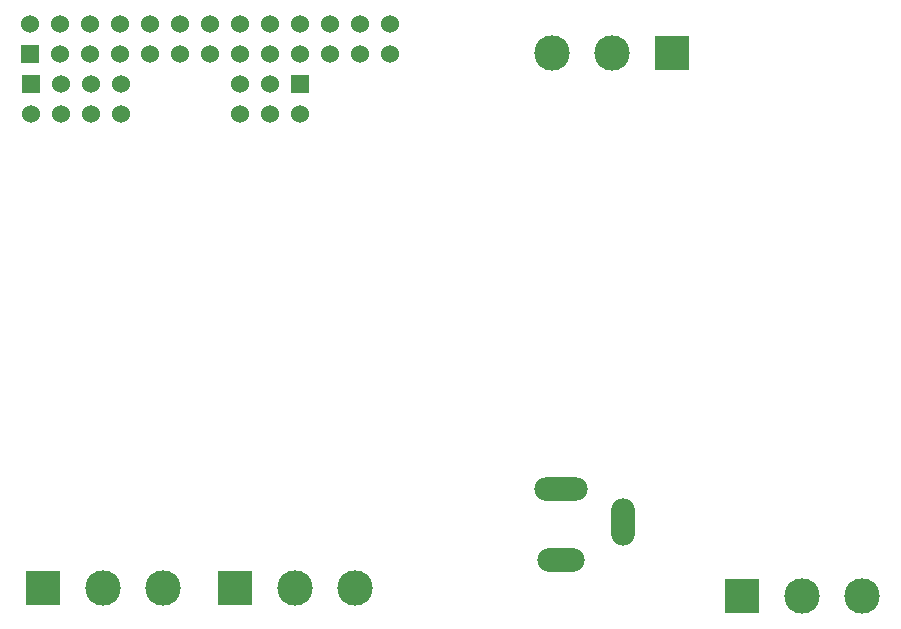
<source format=gbs>
G04 (created by PCBNEW (2013-08-09 BZR 4280)-product) date 8/17/2013 3:52:17 PM*
%MOIN*%
G04 Gerber Fmt 3.4, Leading zero omitted, Abs format*
%FSLAX34Y34*%
G01*
G70*
G90*
G04 APERTURE LIST*
%ADD10C,0.001000*%
%ADD11R,0.118300X0.118300*%
%ADD12C,0.118300*%
%ADD13R,0.060200X0.060200*%
%ADD14C,0.060200*%
%ADD15O,0.078900X0.157700*%
%ADD16O,0.157700X0.078900*%
%ADD17O,0.177400X0.078900*%
G04 APERTURE END LIST*
G54D10*
G54D11*
X65800Y-63600D03*
G54D12*
X67800Y-63600D03*
X69800Y-63600D03*
G54D13*
X65389Y-46774D03*
G54D14*
X65389Y-47774D03*
X66389Y-46774D03*
X66389Y-47774D03*
X67389Y-46774D03*
X67389Y-47774D03*
X68389Y-46774D03*
X68389Y-47774D03*
G54D13*
X65385Y-45776D03*
G54D14*
X65385Y-44776D03*
X66385Y-45776D03*
X66385Y-44776D03*
X67385Y-45776D03*
X67385Y-44776D03*
X68385Y-45776D03*
X68385Y-44776D03*
X69385Y-45776D03*
X69385Y-44776D03*
X70385Y-45776D03*
X70385Y-44776D03*
X71385Y-45776D03*
X71385Y-44776D03*
X72385Y-45776D03*
X72385Y-44776D03*
X73385Y-45776D03*
X73385Y-44776D03*
X74385Y-45776D03*
X74385Y-44776D03*
X75385Y-45776D03*
X75385Y-44776D03*
X76385Y-45776D03*
X76385Y-44776D03*
X77385Y-45776D03*
X77385Y-44776D03*
G54D15*
X85147Y-61382D03*
G54D16*
X83060Y-62662D03*
G54D17*
X83060Y-60299D03*
G54D11*
X89100Y-63860D03*
G54D12*
X91100Y-63860D03*
X93100Y-63860D03*
G54D11*
X86780Y-45740D03*
G54D12*
X84780Y-45740D03*
X82780Y-45740D03*
G54D13*
X74380Y-46780D03*
G54D14*
X74380Y-47780D03*
X73380Y-46780D03*
X73380Y-47780D03*
X72380Y-46780D03*
X72380Y-47780D03*
G54D11*
X72200Y-63600D03*
G54D12*
X74200Y-63600D03*
X76200Y-63600D03*
M02*

</source>
